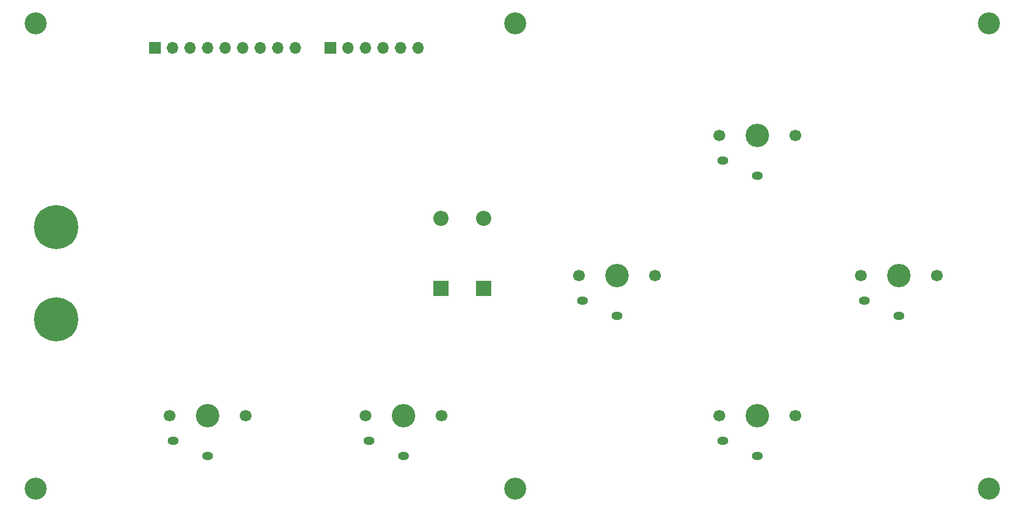
<source format=gbr>
%TF.GenerationSoftware,KiCad,Pcbnew,7.0.10*%
%TF.CreationDate,2024-02-09T22:35:13+09:00*%
%TF.ProjectId,game_pad,67616d65-5f70-4616-942e-6b696361645f,1*%
%TF.SameCoordinates,Original*%
%TF.FileFunction,Soldermask,Top*%
%TF.FilePolarity,Negative*%
%FSLAX46Y46*%
G04 Gerber Fmt 4.6, Leading zero omitted, Abs format (unit mm)*
G04 Created by KiCad (PCBNEW 7.0.10) date 2024-02-09 22:35:13*
%MOMM*%
%LPD*%
G01*
G04 APERTURE LIST*
%ADD10C,1.700000*%
%ADD11C,3.400000*%
%ADD12O,1.600000X1.200000*%
%ADD13R,1.700000X1.700000*%
%ADD14O,1.700000X1.700000*%
%ADD15C,3.200000*%
%ADD16C,6.400000*%
%ADD17R,2.200000X2.200000*%
%ADD18O,2.200000X2.200000*%
G04 APERTURE END LIST*
D10*
%TO.C,SW6*%
X150290000Y-127000000D03*
D11*
X155790000Y-127000000D03*
D10*
X161290000Y-127000000D03*
D12*
X150790000Y-130700000D03*
X155790000Y-132900000D03*
%TD*%
D13*
%TO.C,J2*%
X93980000Y-73660000D03*
D14*
X96520000Y-73660000D03*
X99060000Y-73660000D03*
X101600000Y-73660000D03*
X104140000Y-73660000D03*
X106680000Y-73660000D03*
%TD*%
D10*
%TO.C,SW5*%
X170815000Y-106680000D03*
D11*
X176315000Y-106680000D03*
D10*
X181815000Y-106680000D03*
D12*
X171315000Y-110380000D03*
X176315000Y-112580000D03*
%TD*%
D15*
%TO.C,MH3*%
X51300000Y-137620000D03*
%TD*%
%TO.C,MH3*%
X120800000Y-137620000D03*
%TD*%
D16*
%TO.C,HOLE1*%
X54300000Y-99695000D03*
%TD*%
D17*
%TO.C,D1*%
X109982000Y-108585000D03*
D18*
X109982000Y-98425000D03*
%TD*%
D16*
%TO.C,HOLE2*%
X54300000Y-113030000D03*
%TD*%
D10*
%TO.C,SW1*%
X70700000Y-127000000D03*
D11*
X76200000Y-127000000D03*
D10*
X81700000Y-127000000D03*
D12*
X71200000Y-130700000D03*
X76200000Y-132900000D03*
%TD*%
D17*
%TO.C,D2*%
X116205000Y-108585000D03*
D18*
X116205000Y-98425000D03*
%TD*%
D15*
%TO.C,MH1*%
X51300000Y-70120000D03*
%TD*%
D10*
%TO.C,SW4*%
X129970000Y-106680000D03*
D11*
X135470000Y-106680000D03*
D10*
X140970000Y-106680000D03*
D12*
X130470000Y-110380000D03*
X135470000Y-112580000D03*
%TD*%
D15*
%TO.C,MH4*%
X189300000Y-137620000D03*
%TD*%
%TO.C,MH2*%
X189300000Y-70120000D03*
%TD*%
%TO.C,MH3*%
X120800000Y-70120000D03*
%TD*%
D10*
%TO.C,SW3*%
X150280000Y-86360000D03*
D11*
X155780000Y-86360000D03*
D10*
X161280000Y-86360000D03*
D12*
X150780000Y-90060000D03*
X155780000Y-92260000D03*
%TD*%
D13*
%TO.C,J1*%
X68580000Y-73660000D03*
D14*
X71120000Y-73660000D03*
X73660000Y-73660000D03*
X76200000Y-73660000D03*
X78740000Y-73660000D03*
X81280000Y-73660000D03*
X83820000Y-73660000D03*
X86360000Y-73660000D03*
X88900000Y-73660000D03*
%TD*%
D10*
%TO.C,SW2*%
X99060000Y-127000000D03*
D11*
X104560000Y-127000000D03*
D10*
X110060000Y-127000000D03*
D12*
X99560000Y-130700000D03*
X104560000Y-132900000D03*
%TD*%
M02*

</source>
